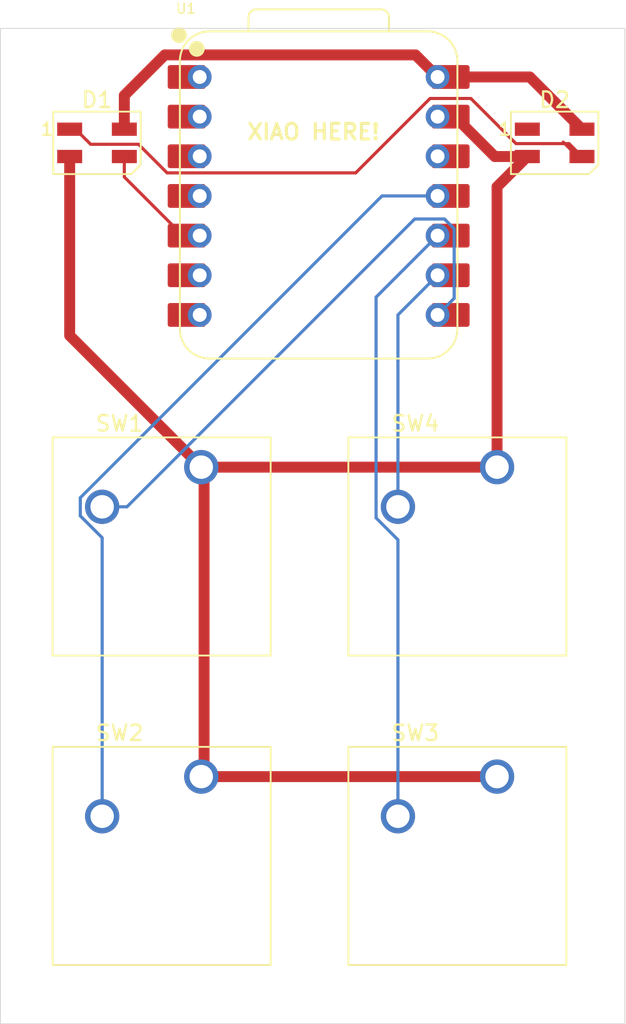
<source format=kicad_pcb>
(kicad_pcb (version 20241229) (generator "pcbnew") (generator_version "9.0")
  (layers (0 "F.Cu" signal) (2 "B.Cu" signal) (13 "F.Paste" user) (15 "B.Paste" user) (5 "F.SilkS" user "F.Silkscreen") (7 "B.SilkS" user "B.Silkscreen") (1 "F.Mask" user) (3 "B.Mask" user) (25 "Edge.Cuts" user))
  (net 0 "")
  (net 1 "Net-(D1-DIN)")
  (net 2 "Net-(D1-DOUT)")
  (net 3 "+5V")
  (net 4 "GND")
  (net 6 "Net-(U1-GPIO1{slash}RX)")
  (net 7 "Net-(U1-GPIO3{slash}MOSI)")
  (net 8 "Net-(U1-GPIO4{slash}MISO)")
  (net 9 "Net-(U1-GPIO2{slash}SCK)")
  (footprint "Button_Switch_Keyboard:SW_Cherry_MX_1.00u_PCB" (layer "F.Cu") (at 136.1 82.02)
    (property "Reference" "SW1" (at -5.235 -2.794 0) (layer "F.SilkS"))
    (property "Value" "SW_Push")
    (fp_line (start -9.525 -1.905) (end 4.445 -1.905) (stroke (width 0.12)) (layer "F.SilkS"))
    (fp_line (start -9.525 12.065) (end -9.525 -1.905) (stroke (width 0.12)) (layer "F.SilkS"))
    (fp_line (start 4.445 -1.905) (end 4.445 12.065) (stroke (width 0.12)) (layer "F.SilkS"))
    (fp_line (start 4.445 12.065) (end -9.525 12.065) (stroke (width 0.12)) (layer "F.SilkS"))
    (pad "" np_thru_hole circle (at -7.62 5.08) (size 1.7 1.7) (drill 1.7) (layers "*.Cu" "*.Mask"))
    (pad "" np_thru_hole circle (at -2.54 5.08) (size 4 4) (drill 4) (layers "*.Cu" "*.Mask"))
    (pad "" np_thru_hole circle (at 2.54 5.08) (size 1.7 1.7) (drill 1.7) (layers "*.Cu" "*.Mask"))
    (pad "1" thru_hole circle (at 0 0) (size 2.2 2.2) (drill 1.5) (layers "*.Cu" "*.Mask") (net 4 "GND"))
    (pad "2" thru_hole circle (at -6.35 2.54) (size 2.2 2.2) (drill 1.5) (layers "*.Cu" "*.Mask") (net 6 "Net-(U1-GPIO1{slash}RX)"))
  )
  (footprint "LED_SMD:LED_SK6812MINI_PLCC4_3.5x3.5mm_P1.75mm" (layer "F.Cu") (at 129.42 61.25)
    (property "Reference" "D1" (at 0 -2.75 0) (layer "F.SilkS"))
    (property "Value" "SK6812MINI")
    (fp_line (start -2.8 -2) (end -2.8 2) (stroke (width 0.12)) (layer "F.SilkS"))
    (fp_line (start -2.8 -2) (end 2.8 -2) (stroke (width 0.12)) (layer "F.SilkS"))
    (fp_line (start -2.8 2) (end 2.2 2) (stroke (width 0.12)) (layer "F.SilkS"))
    (fp_line (start 2.8 1.4) (end 2.2 2) (stroke (width 0.12)) (layer "F.SilkS"))
    (fp_line (start 2.8 1.4) (end 2.8 -2) (stroke (width 0.12)) (layer "F.SilkS"))
    (fp_text user "1" (at -3.2 -0.875 0) (layer "F.SilkS") (effects (font (size 0.8 0.8))))
    (pad "1" smd rect (at -1.75 -0.875) (size 1.6 0.85) (layers "F.Cu" "F.Mask" "F.Paste") (net 2 "Net-(D1-DOUT)"))
    (pad "2" smd rect (at -1.75 0.875) (size 1.6 0.85) (layers "F.Cu" "F.Mask" "F.Paste") (net 4 "GND"))
    (pad "3" smd rect (at 1.75 0.875) (size 1.6 0.85) (layers "F.Cu" "F.Mask" "F.Paste") (net 1 "Net-(D1-DIN)"))
    (pad "4" smd rect (at 1.75 -0.875) (size 1.6 0.85) (layers "F.Cu" "F.Mask" "F.Paste") (net 3 "+5V"))
  )
  (footprint "Button_Switch_Keyboard:SW_Cherry_MX_1.00u_PCB" (layer "F.Cu") (at 155.05 82.02)
    (property "Reference" "SW4" (at -5.235 -2.794 0) (layer "F.SilkS"))
    (property "Value" "SW_Push")
    (fp_line (start -9.525 -1.905) (end 4.445 -1.905) (stroke (width 0.12)) (layer "F.SilkS"))
    (fp_line (start -9.525 12.065) (end -9.525 -1.905) (stroke (width 0.12)) (layer "F.SilkS"))
    (fp_line (start 4.445 -1.905) (end 4.445 12.065) (stroke (width 0.12)) (layer "F.SilkS"))
    (fp_line (start 4.445 12.065) (end -9.525 12.065) (stroke (width 0.12)) (layer "F.SilkS"))
    (pad "" np_thru_hole circle (at -7.62 5.08) (size 1.7 1.7) (drill 1.7) (layers "*.Cu" "*.Mask"))
    (pad "" np_thru_hole circle (at -2.54 5.08) (size 4 4) (drill 4) (layers "*.Cu" "*.Mask"))
    (pad "" np_thru_hole circle (at 2.54 5.08) (size 1.7 1.7) (drill 1.7) (layers "*.Cu" "*.Mask"))
    (pad "1" thru_hole circle (at 0 0) (size 2.2 2.2) (drill 1.5) (layers "*.Cu" "*.Mask") (net 4 "GND"))
    (pad "2" thru_hole circle (at -6.35 2.54) (size 2.2 2.2) (drill 1.5) (layers "*.Cu" "*.Mask") (net 9 "Net-(U1-GPIO2{slash}SCK)"))
  )
  (footprint "Button_Switch_Keyboard:SW_Cherry_MX_1.00u_PCB" (layer "F.Cu") (at 136.1 101.84)
    (property "Reference" "SW2" (at -5.235 -2.794 0) (layer "F.SilkS"))
    (property "Value" "SW_Push")
    (fp_line (start -9.525 -1.905) (end 4.445 -1.905) (stroke (width 0.12)) (layer "F.SilkS"))
    (fp_line (start -9.525 12.065) (end -9.525 -1.905) (stroke (width 0.12)) (layer "F.SilkS"))
    (fp_line (start 4.445 -1.905) (end 4.445 12.065) (stroke (width 0.12)) (layer "F.SilkS"))
    (fp_line (start 4.445 12.065) (end -9.525 12.065) (stroke (width 0.12)) (layer "F.SilkS"))
    (pad "" np_thru_hole circle (at -7.62 5.08) (size 1.7 1.7) (drill 1.7) (layers "*.Cu" "*.Mask"))
    (pad "" np_thru_hole circle (at -2.54 5.08) (size 4 4) (drill 4) (layers "*.Cu" "*.Mask"))
    (pad "" np_thru_hole circle (at 2.54 5.08) (size 1.7 1.7) (drill 1.7) (layers "*.Cu" "*.Mask"))
    (pad "1" thru_hole circle (at 0 0) (size 2.2 2.2) (drill 1.5) (layers "*.Cu" "*.Mask") (net 4 "GND"))
    (pad "2" thru_hole circle (at -6.35 2.54) (size 2.2 2.2) (drill 1.5) (layers "*.Cu" "*.Mask") (net 7 "Net-(U1-GPIO3{slash}MOSI)"))
  )
  (footprint "Button_Switch_Keyboard:SW_Cherry_MX_1.00u_PCB" (layer "F.Cu") (at 155.05 101.84)
    (property "Reference" "SW3" (at -5.235 -2.794 0) (layer "F.SilkS"))
    (property "Value" "SW_Push")
    (fp_line (start -9.525 -1.905) (end 4.445 -1.905) (stroke (width 0.12)) (layer "F.SilkS"))
    (fp_line (start -9.525 12.065) (end -9.525 -1.905) (stroke (width 0.12)) (layer "F.SilkS"))
    (fp_line (start 4.445 -1.905) (end 4.445 12.065) (stroke (width 0.12)) (layer "F.SilkS"))
    (fp_line (start 4.445 12.065) (end -9.525 12.065) (stroke (width 0.12)) (layer "F.SilkS"))
    (pad "" np_thru_hole circle (at -7.62 5.08) (size 1.7 1.7) (drill 1.7) (layers "*.Cu" "*.Mask"))
    (pad "" np_thru_hole circle (at -2.54 5.08) (size 4 4) (drill 4) (layers "*.Cu" "*.Mask"))
    (pad "" np_thru_hole circle (at 2.54 5.08) (size 1.7 1.7) (drill 1.7) (layers "*.Cu" "*.Mask"))
    (pad "1" thru_hole circle (at 0 0) (size 2.2 2.2) (drill 1.5) (layers "*.Cu" "*.Mask") (net 4 "GND"))
    (pad "2" thru_hole circle (at -6.35 2.54) (size 2.2 2.2) (drill 1.5) (layers "*.Cu" "*.Mask") (net 8 "Net-(U1-GPIO4{slash}MISO)"))
  )
  (footprint "opl:XIAO-RP2040-DIP" (layer "F.Cu") (at 143.62 64.65)
    (property "Reference" "U1" (at -8.5 -12 0) (layer "F.SilkS") (effects (font (size 0.635 0.635) (thickness 0.1016))))
    (property "Value" "XIAO-RP2040-DIP")
    (fp_line (start -8.89 8.509) (end -8.89 -8.636) (stroke (width 0.127)) (layer "F.SilkS"))
    (fp_line (start -6.985 10.414) (end 6.985 10.414) (stroke (width 0.127)) (layer "F.SilkS"))
    (fp_line (start -4.495 -10.541) (end -4.491272 -11.451272) (stroke (width 0.127)) (layer "F.SilkS"))
    (fp_line (start -3.991272 -11.951) (end 4.004 -11.951) (stroke (width 0.127)) (layer "F.SilkS"))
    (fp_line (start 4.504 -11.451) (end 4.504 -10.541) (stroke (width 0.127)) (layer "F.SilkS"))
    (fp_line (start 6.985 -10.541) (end -6.985 -10.541) (stroke (width 0.1)) (layer "F.SilkS"))
    (fp_line (start 6.985 -10.541) (end -6.985 -10.541) (stroke (width 0.127)) (layer "F.SilkS"))
    (fp_line (start 8.89 8.509) (end 8.89 -8.636) (stroke (width 0.127)) (layer "F.SilkS"))
    (fp_arc (start -8.89 -8.636) (mid -8.332038 -9.983038) (end -6.985 -10.541) (stroke (width 0.127)) (layer "F.SilkS"))
    (fp_arc (start -6.985 10.414) (mid -8.332038 9.856038) (end -8.89 8.509) (stroke (width 0.127)) (layer "F.SilkS"))
    (fp_arc (start -4.491272 -11.451272) (mid -4.344728 -11.80464) (end -3.991272 -11.951) (stroke (width 0.127)) (layer "F.SilkS"))
    (fp_arc (start 4.004 -11.951) (mid 4.357553 -11.804553) (end 4.504 -11.451) (stroke (width 0.127)) (layer "F.SilkS"))
    (fp_arc (start 6.985 -10.541) (mid 8.332038 -9.983038) (end 8.89 -8.636) (stroke (width 0.127)) (layer "F.SilkS"))
    (fp_arc (start 8.89 8.509) (mid 8.332038 9.856038) (end 6.985 10.414) (stroke (width 0.127)) (layer "F.SilkS"))
    (fp_circle (center -8.95 -10.3) (end -8.95 -10.554) (stroke (width 0.5)) (fill yes) (layer "F.SilkS"))
    (fp_circle (center -7.807 -9.42) (end -7.807 -9.674) (stroke (width 0.5)) (fill yes) (layer "F.SilkS"))
    (pad "1" smd roundrect (at -8.455 -7.62 180) (size 2.432 1.524) (layers "F.Cu" "F.Mask") (roundrect_rratio 0.1))
    (pad "1" thru_hole circle (at -7.62 -7.62 180) (size 1.524 1.524) (drill 0.889) (layers "*.Cu" "*.Mask"))
    (pad "2" smd roundrect (at -8.455 -5.08 180) (size 2.432 1.524) (layers "F.Cu" "F.Mask") (roundrect_rratio 0.1))
    (pad "2" thru_hole circle (at -7.62 -5.08 180) (size 1.524 1.524) (drill 0.889) (layers "*.Cu" "*.Mask"))
    (pad "3" smd roundrect (at -8.455 -2.54 180) (size 2.432 1.524) (layers "F.Cu" "F.Mask") (roundrect_rratio 0.1))
    (pad "3" thru_hole circle (at -7.62 -2.54 180) (size 1.524 1.524) (drill 0.889) (layers "*.Cu" "*.Mask"))
    (pad "4" smd roundrect (at -8.455 0 180) (size 2.432 1.524) (layers "F.Cu" "F.Mask") (roundrect_rratio 0.1))
    (pad "4" thru_hole circle (at -7.62 0 180) (size 1.524 1.524) (drill 0.889) (layers "*.Cu" "*.Mask"))
    (pad "5" smd roundrect (at -8.455 2.54 180) (size 2.432 1.524) (layers "F.Cu" "F.Mask") (roundrect_rratio 0.1) (net 1 "Net-(D1-DIN)"))
    (pad "5" thru_hole circle (at -7.62 2.54 180) (size 1.524 1.524) (drill 0.889) (layers "*.Cu" "*.Mask") (net 1 "Net-(D1-DIN)"))
    (pad "6" smd roundrect (at -8.455 5.08 180) (size 2.432 1.524) (layers "F.Cu" "F.Mask") (roundrect_rratio 0.1))
    (pad "6" thru_hole circle (at -7.62 5.08 180) (size 1.524 1.524) (drill 0.889) (layers "*.Cu" "*.Mask"))
    (pad "7" smd roundrect (at -8.455 7.62 180) (size 2.432 1.524) (layers "F.Cu" "F.Mask") (roundrect_rratio 0.1))
    (pad "7" thru_hole circle (at -7.62 7.62 180) (size 1.524 1.524) (drill 0.889) (layers "*.Cu" "*.Mask"))
    (pad "8" thru_hole circle (at 7.62 7.62) (size 1.524 1.524) (drill 0.889) (layers "*.Cu" "*.Mask") (net 6 "Net-(U1-GPIO1{slash}RX)"))
    (pad "8" smd roundrect (at 8.455 7.62) (size 2.432 1.524) (layers "F.Cu" "F.Mask") (roundrect_rratio 0.1) (net 6 "Net-(U1-GPIO1{slash}RX)"))
    (pad "9" thru_hole circle (at 7.62 5.08) (size 1.524 1.524) (drill 0.889) (layers "*.Cu" "*.Mask") (net 9 "Net-(U1-GPIO2{slash}SCK)"))
    (pad "9" smd roundrect (at 8.455 5.08) (size 2.432 1.524) (layers "F.Cu" "F.Mask") (roundrect_rratio 0.1) (net 9 "Net-(U1-GPIO2{slash}SCK)"))
    (pad "10" thru_hole circle (at 7.62 2.54) (size 1.524 1.524) (drill 0.889) (layers "*.Cu" "*.Mask") (net 8 "Net-(U1-GPIO4{slash}MISO)"))
    (pad "10" smd roundrect (at 8.455 2.54) (size 2.432 1.524) (layers "F.Cu" "F.Mask") (roundrect_rratio 0.1) (net 8 "Net-(U1-GPIO4{slash}MISO)"))
    (pad "11" thru_hole circle (at 7.62 0) (size 1.524 1.524) (drill 0.889) (layers "*.Cu" "*.Mask") (net 7 "Net-(U1-GPIO3{slash}MOSI)"))
    (pad "11" smd roundrect (at 8.455 0) (size 2.432 1.524) (layers "F.Cu" "F.Mask") (roundrect_rratio 0.1) (net 7 "Net-(U1-GPIO3{slash}MOSI)"))
    (pad "12" thru_hole circle (at 7.62 -2.54) (size 1.524 1.524) (drill 0.889) (layers "*.Cu" "*.Mask"))
    (pad "12" smd roundrect (at 8.455 -2.54) (size 2.432 1.524) (layers "F.Cu" "F.Mask") (roundrect_rratio 0.1))
    (pad "13" thru_hole circle (at 7.62 -5.08) (size 1.524 1.524) (drill 0.889) (layers "*.Cu" "*.Mask") (net 4 "GND"))
    (pad "13" smd roundrect (at 8.455 -5.08) (size 2.432 1.524) (layers "F.Cu" "F.Mask") (roundrect_rratio 0.1) (net 4 "GND"))
    (pad "14" thru_hole circle (at 7.62 -7.62) (size 1.524 1.524) (drill 0.889) (layers "*.Cu" "*.Mask") (net 3 "+5V"))
    (pad "14" smd roundrect (at 8.455 -7.62) (size 2.432 1.524) (layers "F.Cu" "F.Mask") (roundrect_rratio 0.1) (net 3 "+5V"))
  )
  (footprint "LED_SMD:LED_SK6812MINI_PLCC4_3.5x3.5mm_P1.75mm" (layer "F.Cu") (at 158.74 61.25)
    (property "Reference" "D2" (at 0 -2.75 0) (layer "F.SilkS"))
    (property "Value" "SK6812MINI")
    (fp_line (start -2.8 -2) (end -2.8 2) (stroke (width 0.12)) (layer "F.SilkS"))
    (fp_line (start -2.8 -2) (end 2.8 -2) (stroke (width 0.12)) (layer "F.SilkS"))
    (fp_line (start -2.8 2) (end 2.2 2) (stroke (width 0.12)) (layer "F.SilkS"))
    (fp_line (start 2.8 1.4) (end 2.2 2) (stroke (width 0.12)) (layer "F.SilkS"))
    (fp_line (start 2.8 1.4) (end 2.8 -2) (stroke (width 0.12)) (layer "F.SilkS"))
    (fp_text user "1" (at -3.2 -0.875 0) (layer "F.SilkS") (effects (font (size 0.8 0.8))))
    (pad "1" smd rect (at -1.75 -0.875) (size 1.6 0.85) (layers "F.Cu" "F.Mask" "F.Paste"))
    (pad "2" smd rect (at -1.75 0.875) (size 1.6 0.85) (layers "F.Cu" "F.Mask" "F.Paste") (net 4 "GND"))
    (pad "3" smd rect (at 1.75 0.875) (size 1.6 0.85) (layers "F.Cu" "F.Mask" "F.Paste") (net 2 "Net-(D1-DOUT)"))
    (pad "4" smd rect (at 1.75 -0.875) (size 1.6 0.85) (layers "F.Cu" "F.Mask" "F.Paste") (net 3 "+5V"))
  )
  (gr_rect (start 123.23 53.92) (end 163.24 117.67) (stroke (width 0.05)) (fill no) (layer "Edge.Cuts"))
  (gr_text "XIAO HERE!" (at 143.29 60.55 0) (layer "F.SilkS") (effects (font (size 1 1) (thickness 0.2) (bold yes))))
  (segment (start 136 67.19) (end 134.92237 67.19) (width 0.2) (layer "F.Cu") (net 1))
  (segment (start 131.17 63.43763) (end 131.17 62.125) (width 0.2) (layer "F.Cu") (net 1))
  (segment (start 134.92237 67.19) (end 131.17 63.43763) (width 0.2) (layer "F.Cu") (net 1))
  (segment (start 159.664 61.299) (end 160.49 62.125) (width 0.2) (layer "F.Cu") (net 2))
  (segment (start 145.992269 63.173) (end 150.758269 58.407) (width 0.2) (layer "F.Cu") (net 2))
  (segment (start 133.909374 63.173) (end 145.992269 63.173) (width 0.2) (layer "F.Cu") (net 2))
  (segment (start 153.372048 58.407) (end 156.264048 61.299) (width 0.2) (layer "F.Cu") (net 2))
  (segment (start 160.213 62.125) (end 159.289 61.201) (width 0.2) (layer "F.Cu") (net 2))
  (segment (start 127.67 60.375) (end 128.045 60.375) (width 0.2) (layer "F.Cu") (net 2))
  (segment (start 160.49 62.125) (end 160.213 62.125) (width 0.2) (layer "F.Cu") (net 2))
  (segment (start 129.01 61.34) (end 132.076374 61.34) (width 0.2) (layer "F.Cu") (net 2))
  (segment (start 156.264048 61.299) (end 159.664 61.299) (width 0.2) (layer "F.Cu") (net 2))
  (segment (start 150.758269 58.407) (end 153.372048 58.407) (width 0.2) (layer "F.Cu") (net 2))
  (segment (start 132.076374 61.34) (end 133.909374 63.173) (width 0.2) (layer "F.Cu") (net 2))
  (segment (start 128.045 60.375) (end 129.01 61.34) (width 0.2) (layer "F.Cu") (net 2))
  (segment (start 149.827 55.617) (end 151.24 57.03) (width 0.7) (layer "F.Cu") (net 3))
  (segment (start 131.17 58.211398) (end 133.764398 55.617) (width 0.7) (layer "F.Cu") (net 3))
  (segment (start 151.24 57.03) (end 157.145 57.03) (width 0.7) (layer "F.Cu") (net 3))
  (segment (start 157.145 57.03) (end 160.49 60.375) (width 0.7) (layer "F.Cu") (net 3))
  (segment (start 133.764398 55.617) (end 149.827 55.617) (width 0.7) (layer "F.Cu") (net 3))
  (segment (start 131.17 60.375) (end 131.17 58.211398) (width 0.7) (layer "F.Cu") (net 3))
  (segment (start 156.99 62.125) (end 154.903602 62.125) (width 0.7) (layer "F.Cu") (net 4))
  (segment (start 136.1 82.02) (end 155.05 82.02) (width 0.7) (layer "F.Cu") (net 4))
  (segment (start 155.46 101.43) (end 155.05 101.84) (width 0.7) (layer "F.Cu") (net 4))
  (segment (start 155.05 82.02) (end 155.46 82.43) (width 0.7) (layer "F.Cu") (net 4))
  (segment (start 155.05 64.065) (end 156.99 62.125) (width 0.7) (layer "F.Cu") (net 4))
  (segment (start 154.903602 62.125) (end 152.348602 59.57) (width 0.7) (layer "F.Cu") (net 4))
  (segment (start 136.28 82.2) (end 136.28 101.66) (width 0.7) (layer "F.Cu") (net 4))
  (segment (start 136.28 101.66) (end 136.1 101.84) (width 0.7) (layer "F.Cu") (net 4))
  (segment (start 127.67 62.125) (end 127.67 73.59) (width 0.7) (layer "F.Cu") (net 4))
  (segment (start 155.05 82.02) (end 155.05 64.065) (width 0.7) (layer "F.Cu") (net 4))
  (segment (start 136.1 101.84) (end 155.05 101.84) (width 0.7) (layer "F.Cu") (net 4))
  (segment (start 152.348602 59.57) (end 152.075 59.57) (width 0.7) (layer "F.Cu") (net 4))
  (segment (start 127.67 73.59) (end 136.1 82.02) (width 0.7) (layer "F.Cu") (net 4))
  (segment (start 136.1 82.02) (end 136.28 82.2) (width 0.7) (layer "F.Cu") (net 4))
  (segment (start 151.68031 66.127) (end 152.303 66.74969) (width 0.2) (layer "B.Cu") (net 6))
  (segment (start 131.34 84.56) (end 149.773 66.127) (width 0.2) (layer "B.Cu") (net 6))
  (segment (start 152.303 71.207) (end 151.24 72.27) (width 0.2) (layer "B.Cu") (net 6))
  (segment (start 129.75 84.56) (end 131.34 84.56) (width 0.2) (layer "B.Cu") (net 6))
  (segment (start 152.303 66.74969) (end 152.303 71.207) (width 0.2) (layer "B.Cu") (net 6))
  (segment (start 149.773 66.127) (end 151.68031 66.127) (width 0.2) (layer "B.Cu") (net 6))
  (segment (start 128.349 83.979686) (end 147.678686 64.65) (width 0.2) (layer "B.Cu") (net 7))
  (segment (start 128.349 85.140314) (end 128.349 83.979686) (width 0.2) (layer "B.Cu") (net 7))
  (segment (start 147.678686 64.65) (end 151.24 64.65) (width 0.2) (layer "B.Cu") (net 7))
  (segment (start 129.75 104.38) (end 129.75 86.541314) (width 0.2) (layer "B.Cu") (net 7))
  (segment (start 129.75 86.541314) (end 128.349 85.140314) (width 0.2) (layer "B.Cu") (net 7))
  (segment (start 147.299 71.131) (end 151.24 67.19) (width 0.2) (layer "B.Cu") (net 8))
  (segment (start 147.299 85.27053) (end 147.299 71.131) (width 0.2) (layer "B.Cu") (net 8))
  (segment (start 148.7 104.38) (end 148.7 86.67153) (width 0.2) (layer "B.Cu") (net 8))
  (segment (start 148.7 86.67153) (end 147.299 85.27053) (width 0.2) (layer "B.Cu") (net 8))
  (segment (start 148.7 84.56) (end 148.7 72.27) (width 0.2) (layer "B.Cu") (net 9))
  (segment (start 148.7 72.27) (end 151.24 69.73) (width 0.2) (layer "B.Cu") (net 9))
)
</source>
